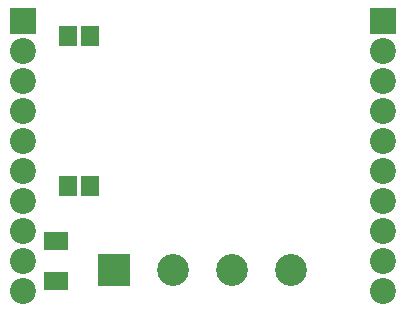
<source format=gbr>
G04 DipTrace 3.1.0.1*
G04 Íèæíÿÿìàñêà.gbr*
%MOIN*%
G04 #@! TF.FileFunction,Soldermask,Bot*
G04 #@! TF.Part,Single*
%ADD40C,0.086614*%
%ADD42R,0.086614X0.086614*%
%ADD44C,0.106299*%
%ADD46R,0.106299X0.106299*%
%ADD48R,0.07874X0.062992*%
%ADD50R,0.059055X0.066929*%
%FSLAX26Y26*%
G04*
G70*
G90*
G75*
G01*
G04 BotMask*
%LPD*%
D50*
X-1900097Y1700178D3*
X-1825294D3*
X-1899995Y1200126D3*
X-1825192D3*
D48*
X-1937703Y1017029D3*
Y883171D3*
D46*
X-1745428Y918846D3*
D44*
X-1548577D3*
X-1351727D3*
X-1154877D3*
D42*
X-2050215Y1750136D3*
D40*
Y1650136D3*
Y1550136D3*
Y1450136D3*
Y1350136D3*
Y1250136D3*
Y1150136D3*
Y1050136D3*
Y950136D3*
Y850136D3*
D42*
X-850089Y1750136D3*
D40*
Y1650136D3*
Y1550136D3*
Y1450136D3*
Y1350136D3*
Y1250136D3*
Y1150136D3*
Y1050136D3*
Y950136D3*
Y850136D3*
M02*

</source>
